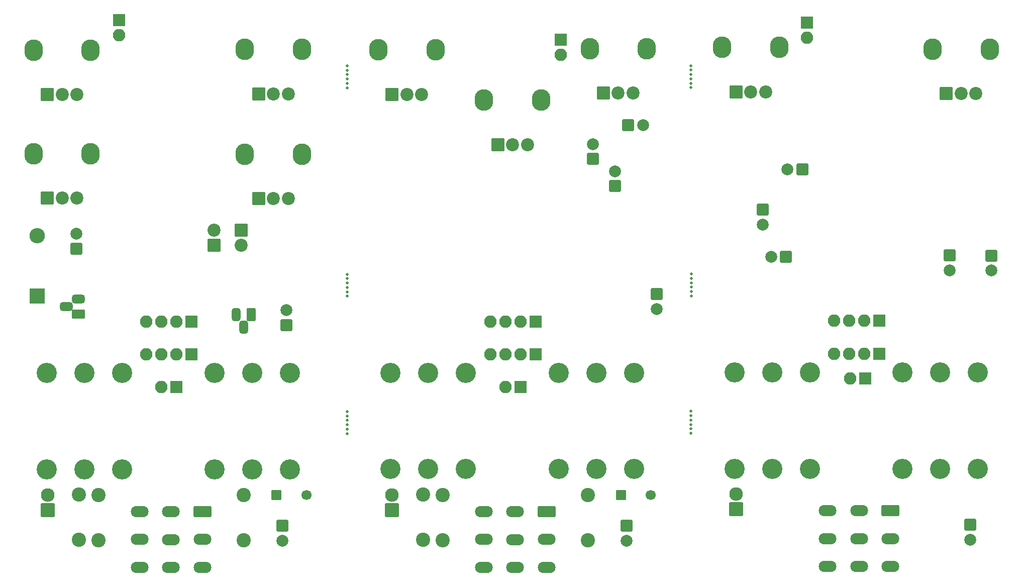
<source format=gbr>
%TF.GenerationSoftware,KiCad,Pcbnew,7.0.2-6a45011f42~172~ubuntu22.04.1*%
%TF.CreationDate,2023-05-30T10:36:55+01:00*%
%TF.ProjectId,panel-rbt-lac-gb-smd-1,70616e65-6c2d-4726-9274-2d6c61632d67,rev?*%
%TF.SameCoordinates,Original*%
%TF.FileFunction,Soldermask,Bot*%
%TF.FilePolarity,Negative*%
%FSLAX46Y46*%
G04 Gerber Fmt 4.6, Leading zero omitted, Abs format (unit mm)*
G04 Created by KiCad (PCBNEW 7.0.2-6a45011f42~172~ubuntu22.04.1) date 2023-05-30 10:36:55*
%MOMM*%
%LPD*%
G01*
G04 APERTURE LIST*
G04 Aperture macros list*
%AMRoundRect*
0 Rectangle with rounded corners*
0 $1 Rounding radius*
0 $2 $3 $4 $5 $6 $7 $8 $9 X,Y pos of 4 corners*
0 Add a 4 corners polygon primitive as box body*
4,1,4,$2,$3,$4,$5,$6,$7,$8,$9,$2,$3,0*
0 Add four circle primitives for the rounded corners*
1,1,$1+$1,$2,$3*
1,1,$1+$1,$4,$5*
1,1,$1+$1,$6,$7*
1,1,$1+$1,$8,$9*
0 Add four rect primitives between the rounded corners*
20,1,$1+$1,$2,$3,$4,$5,0*
20,1,$1+$1,$4,$5,$6,$7,0*
20,1,$1+$1,$6,$7,$8,$9,0*
20,1,$1+$1,$8,$9,$2,$3,0*%
G04 Aperture macros list end*
%ADD10C,0.500000*%
%ADD11RoundRect,0.200000X1.300000X0.750000X-1.300000X0.750000X-1.300000X-0.750000X1.300000X-0.750000X0*%
%ADD12O,3.000000X1.900000*%
%ADD13C,3.400000*%
%ADD14RoundRect,0.200000X-0.850000X-0.850000X0.850000X-0.850000X0.850000X0.850000X-0.850000X0.850000X0*%
%ADD15O,2.100000X2.100000*%
%ADD16RoundRect,0.200000X-0.850000X0.850000X-0.850000X-0.850000X0.850000X-0.850000X0.850000X0.850000X0*%
%ADD17RoundRect,0.200000X-0.800000X0.800000X-0.800000X-0.800000X0.800000X-0.800000X0.800000X0.800000X0*%
%ADD18C,2.000000*%
%ADD19RoundRect,0.200000X1.000000X0.950000X-1.000000X0.950000X-1.000000X-0.950000X1.000000X-0.950000X0*%
%ADD20C,2.300000*%
%ADD21C,2.398980*%
%ADD22RoundRect,0.200000X-0.650000X-0.650000X0.650000X-0.650000X0.650000X0.650000X-0.650000X0.650000X0*%
%ADD23C,1.700000*%
%ADD24RoundRect,0.200000X0.900000X-0.900000X0.900000X0.900000X-0.900000X0.900000X-0.900000X-0.900000X0*%
%ADD25C,2.200000*%
%ADD26RoundRect,0.200000X-0.900000X0.900000X-0.900000X-0.900000X0.900000X-0.900000X0.900000X0.900000X0*%
%ADD27O,3.120000X3.640000*%
%ADD28RoundRect,0.200000X0.900000X0.900000X-0.900000X0.900000X-0.900000X-0.900000X0.900000X-0.900000X0*%
%ADD29RoundRect,0.200000X0.800000X-0.800000X0.800000X0.800000X-0.800000X0.800000X-0.800000X-0.800000X0*%
%ADD30RoundRect,0.200000X0.550000X0.900000X-0.550000X0.900000X-0.550000X-0.900000X0.550000X-0.900000X0*%
%ADD31RoundRect,0.475000X0.275000X0.625000X-0.275000X0.625000X-0.275000X-0.625000X0.275000X-0.625000X0*%
%ADD32RoundRect,0.200000X0.900000X-0.550000X0.900000X0.550000X-0.900000X0.550000X-0.900000X-0.550000X0*%
%ADD33RoundRect,0.475000X0.625000X-0.275000X0.625000X0.275000X-0.625000X0.275000X-0.625000X-0.275000X0*%
%ADD34RoundRect,0.200000X1.100000X-1.100000X1.100000X1.100000X-1.100000X1.100000X-1.100000X-1.100000X0*%
%ADD35O,2.600000X2.600000*%
%ADD36RoundRect,0.200000X-0.800000X-0.800000X0.800000X-0.800000X0.800000X0.800000X-0.800000X0.800000X0*%
%ADD37RoundRect,0.200000X0.800000X0.800000X-0.800000X0.800000X-0.800000X-0.800000X0.800000X-0.800000X0*%
G04 APERTURE END LIST*
D10*
%TO.C,REF\u002A\u002A*%
X172990000Y-109480000D03*
X172990000Y-110220000D03*
X172990000Y-110960000D03*
X172990000Y-111700000D03*
X172990000Y-112440000D03*
X172990000Y-113180000D03*
%TD*%
%TO.C,REF\u002A\u002A*%
X172935000Y-78090000D03*
X172935000Y-77350000D03*
X172935000Y-76610000D03*
X172935000Y-75870000D03*
X172935000Y-75130000D03*
X172935000Y-74390000D03*
%TD*%
%TO.C,REF\u002A\u002A*%
X172940000Y-132620000D03*
X172940000Y-133360000D03*
X172940000Y-134100000D03*
X172940000Y-134840000D03*
X172940000Y-135580000D03*
X172940000Y-136320000D03*
%TD*%
%TO.C,REF\u002A\u002A*%
X114950000Y-74400000D03*
X114950000Y-75140000D03*
X114950000Y-75880000D03*
X114950000Y-76620000D03*
X114950000Y-77360000D03*
X114950000Y-78100000D03*
%TD*%
%TO.C,REF\u002A\u002A*%
X114950000Y-132650000D03*
X114950000Y-133390000D03*
X114950000Y-134130000D03*
X114950000Y-134870000D03*
X114950000Y-135610000D03*
X114950000Y-136350000D03*
%TD*%
%TO.C,REF\u002A\u002A*%
X115000000Y-112470000D03*
X115000000Y-109510000D03*
X115000000Y-111730000D03*
X115000000Y-110990000D03*
X115000000Y-113210000D03*
X115000000Y-110250000D03*
%TD*%
D11*
%TO.C,SW1*%
X90590000Y-149505000D03*
D12*
X85290000Y-149505000D03*
X79990000Y-149505000D03*
X90590000Y-154205000D03*
X85290000Y-154230000D03*
X79990000Y-154205000D03*
X90590000Y-158905000D03*
X85290000Y-158905000D03*
X79990000Y-158905000D03*
%TD*%
D13*
%TO.C,J3*%
X70700000Y-142410000D03*
X70700000Y-126180000D03*
X64350000Y-142410000D03*
X64350000Y-126180000D03*
X77050000Y-142410000D03*
X77050000Y-126180000D03*
%TD*%
D14*
%TO.C,J1*%
X76550000Y-66680000D03*
D15*
X76550000Y-69220000D03*
%TD*%
D16*
%TO.C,JOVGI1*%
X88740000Y-123030000D03*
D15*
X86200000Y-123030000D03*
X83660000Y-123030000D03*
X81120000Y-123030000D03*
%TD*%
D16*
%TO.C,JOVGI2*%
X88740000Y-117480000D03*
D15*
X86200000Y-117480000D03*
X83660000Y-117480000D03*
X81120000Y-117480000D03*
%TD*%
D17*
%TO.C,C2*%
X104040000Y-151880000D03*
D18*
X104040000Y-154380000D03*
%TD*%
D19*
%TO.C,D1*%
X64540000Y-149220000D03*
D20*
X64540000Y-146680000D03*
%TD*%
D21*
%TO.C,R1*%
X97540000Y-146680000D03*
X97540000Y-154300000D03*
%TD*%
%TO.C,R2*%
X69800000Y-154280000D03*
X69800000Y-146660000D03*
%TD*%
%TO.C,R3*%
X73050000Y-146680000D03*
X73050000Y-154300000D03*
%TD*%
D22*
%TO.C,C1*%
X103090000Y-146680000D03*
D23*
X108090000Y-146680000D03*
%TD*%
D16*
%TO.C,J4*%
X86180000Y-128490000D03*
D15*
X83640000Y-128490000D03*
%TD*%
D13*
%TO.C,J2*%
X98965000Y-126180000D03*
X98965000Y-142410000D03*
X105315000Y-126180000D03*
X105315000Y-142410000D03*
X92615000Y-126180000D03*
X92615000Y-142410000D03*
%TD*%
D24*
%TO.C,D6*%
X92550000Y-104655000D03*
D25*
X92550000Y-102115000D03*
%TD*%
D26*
%TO.C,D3*%
X97150000Y-102105000D03*
D25*
X97150000Y-104645000D03*
%TD*%
D27*
%TO.C,LOW1*%
X97750000Y-89305000D03*
X107350000Y-89305000D03*
D28*
X100050000Y-96805000D03*
D25*
X102550000Y-96805000D03*
X105050000Y-96805000D03*
%TD*%
D27*
%TO.C,TONE1*%
X62150000Y-71780000D03*
X71750000Y-71780000D03*
D28*
X64450000Y-79280000D03*
D25*
X66950000Y-79280000D03*
X69450000Y-79280000D03*
%TD*%
D29*
%TO.C,C13*%
X69350000Y-105232651D03*
D18*
X69350000Y-102732651D03*
%TD*%
D27*
%TO.C,DRIVE1*%
X97750000Y-71615000D03*
X107350000Y-71615000D03*
D28*
X100050000Y-79115000D03*
D25*
X102550000Y-79115000D03*
X105050000Y-79115000D03*
%TD*%
D30*
%TO.C,Q1*%
X98800000Y-116330000D03*
D31*
X97530000Y-118400000D03*
X96260000Y-116330000D03*
%TD*%
D29*
%TO.C,C10*%
X104750000Y-118080000D03*
D18*
X104750000Y-115580000D03*
%TD*%
D32*
%TO.C,Q4*%
X69720000Y-116250000D03*
D33*
X67650000Y-114980000D03*
X69720000Y-113710000D03*
%TD*%
D27*
%TO.C,VOL1*%
X62150000Y-89205000D03*
X71750000Y-89205000D03*
D28*
X64450000Y-96705000D03*
D25*
X66950000Y-96705000D03*
X69450000Y-96705000D03*
%TD*%
D34*
%TO.C,D7*%
X62750000Y-113160000D03*
D35*
X62750000Y-103000000D03*
%TD*%
D11*
%TO.C,SW1*%
X148590000Y-149505000D03*
D12*
X143290000Y-149505000D03*
X137990000Y-149505000D03*
X148590000Y-154205000D03*
X143290000Y-154230000D03*
X137990000Y-154205000D03*
X148590000Y-158905000D03*
X143290000Y-158905000D03*
X137990000Y-158905000D03*
%TD*%
D13*
%TO.C,J3*%
X128635000Y-142345000D03*
X128635000Y-126115000D03*
X122285000Y-142345000D03*
X122285000Y-126115000D03*
X134985000Y-142345000D03*
X134985000Y-126115000D03*
%TD*%
D14*
%TO.C,J1*%
X150950000Y-70005000D03*
D15*
X150950000Y-72545000D03*
%TD*%
D16*
%TO.C,JOVGI1*%
X146740000Y-123030000D03*
D15*
X144200000Y-123030000D03*
X141660000Y-123030000D03*
X139120000Y-123030000D03*
%TD*%
D16*
%TO.C,JOVGI2*%
X146740000Y-117480000D03*
D15*
X144200000Y-117480000D03*
X141660000Y-117480000D03*
X139120000Y-117480000D03*
%TD*%
D17*
%TO.C,C2*%
X162040000Y-151880000D03*
D18*
X162040000Y-154380000D03*
%TD*%
D19*
%TO.C,D1*%
X122540000Y-149220000D03*
D20*
X122540000Y-146680000D03*
%TD*%
D21*
%TO.C,R1*%
X155540000Y-146680000D03*
X155540000Y-154300000D03*
%TD*%
%TO.C,R2*%
X127800000Y-154280000D03*
X127800000Y-146660000D03*
%TD*%
%TO.C,R3*%
X131050000Y-146680000D03*
X131050000Y-154300000D03*
%TD*%
D22*
%TO.C,C1*%
X161090000Y-146680000D03*
D23*
X166090000Y-146680000D03*
%TD*%
D16*
%TO.C,J4*%
X144180000Y-128490000D03*
D15*
X141640000Y-128490000D03*
%TD*%
D13*
%TO.C,J2*%
X156965000Y-126115000D03*
X156965000Y-142345000D03*
X163315000Y-126115000D03*
X163315000Y-142345000D03*
X150615000Y-126115000D03*
X150615000Y-142345000D03*
%TD*%
D27*
%TO.C,RV2*%
X138050000Y-80205000D03*
X147650000Y-80205000D03*
D28*
X140350000Y-87705000D03*
D25*
X142850000Y-87705000D03*
X145350000Y-87705000D03*
%TD*%
D36*
%TO.C,C10*%
X162344888Y-84380000D03*
D18*
X164844888Y-84380000D03*
%TD*%
D27*
%TO.C,RV1*%
X120250000Y-71705000D03*
X129850000Y-71705000D03*
D28*
X122550000Y-79205000D03*
D25*
X125050000Y-79205000D03*
X127550000Y-79205000D03*
%TD*%
D29*
%TO.C,C13*%
X160150000Y-94680000D03*
D18*
X160150000Y-92180000D03*
%TD*%
D17*
%TO.C,C3*%
X167150000Y-112874888D03*
D18*
X167150000Y-115374888D03*
%TD*%
D29*
%TO.C,C12*%
X156350000Y-90080000D03*
D18*
X156350000Y-87580000D03*
%TD*%
D27*
%TO.C,RV3*%
X155850000Y-71505000D03*
X165450000Y-71505000D03*
D28*
X158150000Y-79005000D03*
D25*
X160650000Y-79005000D03*
X163150000Y-79005000D03*
%TD*%
D11*
%TO.C,SW1*%
X206530000Y-149365000D03*
D12*
X201230000Y-149365000D03*
X195930000Y-149365000D03*
X206530000Y-154065000D03*
X201230000Y-154090000D03*
X195930000Y-154065000D03*
X206530000Y-158765000D03*
X201230000Y-158765000D03*
X195930000Y-158765000D03*
%TD*%
D16*
%TO.C,J3*%
X202280000Y-127090000D03*
D15*
X199740000Y-127090000D03*
%TD*%
D13*
%TO.C,J1*%
X214890000Y-126090000D03*
X214890000Y-142320000D03*
X221240000Y-126090000D03*
X221240000Y-142320000D03*
X208540000Y-126090000D03*
X208540000Y-142320000D03*
%TD*%
D16*
%TO.C,JOVGI1*%
X204680000Y-122890000D03*
D15*
X202140000Y-122890000D03*
X199600000Y-122890000D03*
X197060000Y-122890000D03*
%TD*%
D16*
%TO.C,JOVGI2*%
X204680000Y-117340000D03*
D15*
X202140000Y-117340000D03*
X199600000Y-117340000D03*
X197060000Y-117340000D03*
%TD*%
D17*
%TO.C,C19*%
X219980000Y-151740000D03*
D18*
X219980000Y-154240000D03*
%TD*%
D19*
%TO.C,D1*%
X180480000Y-149080000D03*
D20*
X180480000Y-146540000D03*
%TD*%
D13*
%TO.C,J4*%
X186640000Y-142320000D03*
X186640000Y-126090000D03*
X180290000Y-142320000D03*
X180290000Y-126090000D03*
X192990000Y-142320000D03*
X192990000Y-126090000D03*
%TD*%
D14*
%TO.C,J2*%
X192490000Y-67090000D03*
D15*
X192490000Y-69630000D03*
%TD*%
D27*
%TO.C,RV2*%
X178190000Y-71315000D03*
X187790000Y-71315000D03*
D28*
X180490000Y-78815000D03*
D25*
X182990000Y-78815000D03*
X185490000Y-78815000D03*
%TD*%
D17*
%TO.C,C8*%
X216490000Y-106340000D03*
D18*
X216490000Y-108840000D03*
%TD*%
D37*
%TO.C,C3*%
X191672380Y-91840000D03*
D18*
X189172380Y-91840000D03*
%TD*%
D27*
%TO.C,RV1*%
X213640000Y-71590000D03*
X223240000Y-71590000D03*
D28*
X215940000Y-79090000D03*
D25*
X218440000Y-79090000D03*
X220940000Y-79090000D03*
%TD*%
D17*
%TO.C,C5*%
X184990000Y-98657621D03*
D18*
X184990000Y-101157621D03*
%TD*%
D17*
%TO.C,C6*%
X223490000Y-106407621D03*
D18*
X223490000Y-108907621D03*
%TD*%
D37*
%TO.C,C4*%
X188922380Y-106590000D03*
D18*
X186422380Y-106590000D03*
%TD*%
M02*

</source>
